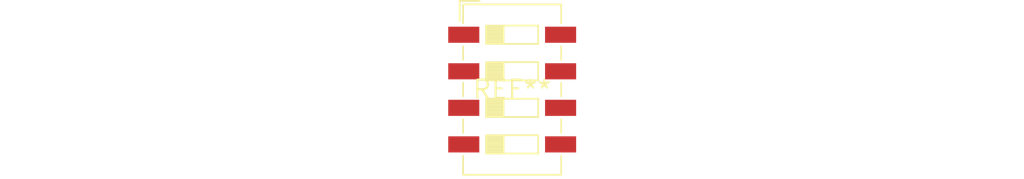
<source format=kicad_pcb>
(kicad_pcb (version 20240108) (generator pcbnew)
  (layers (0 "F.Cu" signal) (31 "B.Cu" signal) (34 "B.Paste" user) (35 "F.Paste" user) (36 "B.SilkS" user "B.Silkscreen") (37 "F.SilkS" user "F.Silkscreen") (38 "B.Mask" user) (39 "F.Mask" user) (44 "Edge.Cuts" user))
  (net 0 "")
  (footprint "SW_DIP_SPSTx04_Slide_6.7x11.72mm_W6.73mm_P2.54mm_LowProfile_JPin" (layer "F.Cu") (at 0 0)
    (property "Reference" "REF**")
    (property "Value" "SW_DIP_SPSTx04_Slide_6.7x11.72mm_W6.73mm_P2.54mm_LowProfile_JPin")
    (fp_line (start -3.65 -6.16) (end -3.65 -4.777) (layer "F.SilkS") (stroke (width 0.12)))
    (fp_line (start -3.65 -6.16) (end -2.267 -6.16) (layer "F.SilkS") (stroke (width 0.12)))
    (fp_line (start -3.41 -5.92) (end -3.41 -4.61) (layer "F.SilkS") (stroke (width 0.12)))
    (fp_line (start -3.41 -5.92) (end 3.41 -5.92) (layer "F.SilkS") (stroke (width 0.12)))
    (fp_line (start -3.41 -3.01) (end -3.41 -2.07) (layer "F.SilkS") (stroke (width 0.12)))
    (fp_line (start -3.41 -0.47) (end -3.41 0.47) (layer "F.SilkS") (stroke (width 0.12)))
    (fp_line (start -3.41 2.07) (end -3.41 3.01) (layer "F.SilkS") (stroke (width 0.12)))
    (fp_line (start -3.41 4.61) (end -3.41 5.92) (layer "F.SilkS") (stroke (width 0.12)))
    (fp_line (start -3.41 5.92) (end 3.41 5.92) (layer "F.SilkS") (stroke (width 0.12)))
    (fp_line (start -1.81 -4.445) (end -1.81 -3.175) (layer "F.SilkS") (stroke (width 0.12)))
    (fp_line (start -1.81 -4.325) (end -0.603333 -4.325) (layer "F.SilkS") (stroke (width 0.12)))
    (fp_line (start -1.81 -4.205) (end -0.603333 -4.205) (layer "F.SilkS") (stroke (width 0.12)))
    (fp_line (start -1.81 -4.085) (end -0.603333 -4.085) (layer "F.SilkS") (stroke (width 0.12)))
    (fp_line (start -1.81 -3.965) (end -0.603333 -3.965) (layer "F.SilkS") (stroke (width 0.12)))
    (fp_line (start -1.81 -3.845) (end -0.603333 -3.845) (layer "F.SilkS") (stroke (width 0.12)))
    (fp_line (start -1.81 -3.725) (end -0.603333 -3.725) (layer "F.SilkS") (stroke (width 0.12)))
    (fp_line (start -1.81 -3.605) (end -0.603333 -3.605) (layer "F.SilkS") (stroke (width 0.12)))
    (fp_line (start -1.81 -3.485) (end -0.603333 -3.485) (layer "F.SilkS") (stroke (width 0.12)))
    (fp_line (start -1.81 -3.365) (end -0.603333 -3.365) (layer "F.SilkS") (stroke (width 0.12)))
    (fp_line (start -1.81 -3.245) (end -0.603333 -3.245) (layer "F.SilkS") (stroke (width 0.12)))
    (fp_line (start -1.81 -3.175) (end 1.81 -3.175) (layer "F.SilkS") (stroke (width 0.12)))
    (fp_line (start -1.81 -1.905) (end -1.81 -0.635) (layer "F.SilkS") (stroke (width 0.12)))
    (fp_line (start -1.81 -1.785) (end -0.603333 -1.785) (layer "F.SilkS") (stroke (width 0.12)))
    (fp_line (start -1.81 -1.665) (end -0.603333 -1.665) (layer "F.SilkS") (stroke (width 0.12)))
    (fp_line (start -1.81 -1.545) (end -0.603333 -1.545) (layer "F.SilkS") (stroke (width 0.12)))
    (fp_line (start -1.81 -1.425) (end -0.603333 -1.425) (layer "F.SilkS") (stroke (width 0.12)))
    (fp_line (start -1.81 -1.305) (end -0.603333 -1.305) (layer "F.SilkS") (stroke (width 0.12)))
    (fp_line (start -1.81 -1.185) (end -0.603333 -1.185) (layer "F.SilkS") (stroke (width 0.12)))
    (fp_line (start -1.81 -1.065) (end -0.603333 -1.065) (layer "F.SilkS") (stroke (width 0.12)))
    (fp_line (start -1.81 -0.945) (end -0.603333 -0.945) (layer "F.SilkS") (stroke (width 0.12)))
    (fp_line (start -1.81 -0.825) (end -0.603333 -0.825) (layer "F.SilkS") (stroke (width 0.12)))
    (fp_line (start -1.81 -0.705) (end -0.603333 -0.705) (layer "F.SilkS") (stroke (width 0.12)))
    (fp_line (start -1.81 -0.635) (end 1.81 -0.635) (layer "F.SilkS") (stroke (width 0.12)))
    (fp_line (start -1.81 0.635) (end -1.81 1.905) (layer "F.SilkS") (stroke (width 0.12)))
    (fp_line (start -1.81 0.755) (end -0.603333 0.755) (layer "F.SilkS") (stroke (width 0.12)))
    (fp_line (start -1.81 0.875) (end -0.603333 0.875) (layer "F.SilkS") (stroke (width 0.12)))
    (fp_line (start -1.81 0.995) (end -0.603333 0.995) (layer "F.SilkS") (stroke (width 0.12)))
    (fp_line (start -1.81 1.115) (end -0.603333 1.115) (layer "F.SilkS") (stroke (width 0.12)))
    (fp_line (start -1.81 1.235) (end -0.603333 1.235) (layer "F.SilkS") (stroke (width 0.12)))
    (fp_line (start -1.81 1.355) (end -0.603333 1.355) (layer "F.SilkS") (stroke (width 0.12)))
    (fp_line (start -1.81 1.475) (end -0.603333 1.475) (layer "F.SilkS") (stroke (width 0.12)))
    (fp_line (start -1.81 1.595) (end -0.603333 1.595) (layer "F.SilkS") (stroke (width 0.12)))
    (fp_line (start -1.81 1.715) (end -0.603333 1.715) (layer "F.SilkS") (stroke (width 0.12)))
    (fp_line (start -1.81 1.835) (end -0.603333 1.835) (layer "F.SilkS") (stroke (width 0.12)))
    (fp_line (start -1.81 1.905) (end 1.81 1.905) (layer "F.SilkS") (stroke (width 0.12)))
    (fp_line (start -1.81 3.175) (end -1.81 4.445) (layer "F.SilkS") (stroke (width 0.12)))
    (fp_line (start -1.81 3.295) (end -0.603333 3.295) (layer "F.SilkS") (stroke (width 0.12)))
    (fp_line (start -1.81 3.415) (end -0.603333 3.415) (layer "F.SilkS") (stroke (width 0.12)))
    (fp_line (start -1.81 3.535) (end -0.603333 3.535) (layer "F.SilkS") (stroke (width 0.12)))
    (fp_line (start -1.81 3.655) (end -0.603333 3.655) (layer "F.SilkS") (stroke (width 0.12)))
    (fp_line (start -1.81 3.775) (end -0.603333 3.775) (layer "F.SilkS") (stroke (width 0.12)))
    (fp_line (start -1.81 3.895) (end -0.603333 3.895) (layer "F.SilkS") (stroke (width 0.12)))
    (fp_line (start -1.81 4.015) (end -0.603333 4.015) (layer "F.SilkS") (stroke (width 0.12)))
    (fp_line (start -1.81 4.135) (end -0.603333 4.135) (layer "F.SilkS") (stroke (width 0.12)))
    (fp_line (start -1.81 4.255) (end -0.603333 4.255) (layer "F.SilkS") (stroke (width 0.12)))
    (fp_line (start -1.81 4.375) (end -0.603333 4.375) (layer "F.SilkS") (stroke (width 0.12)))
    (fp_line (start -1.81 4.445) (end 1.81 4.445) (layer "F.SilkS") (stroke (width 0.12)))
    (fp_line (start -0.603333 -4.445) (end -0.603333 -3.175) (layer "F.SilkS") (stroke (width 0.12)))
    (fp_line (start -0.603333 -1.905) (end -0.603333 -0.635) (layer "F.SilkS") (stroke (width 0.12)))
    (fp_line (start -0.603333 0.635) (end -0.603333 1.905) (layer "F.SilkS") (stroke (width 0.12)))
    (fp_line (start -0.603333 3.175) (end -0.603333 4.445) (layer "F.SilkS") (stroke (width 0.12)))
    (fp_line (start 1.81 -4.445) (end -1.81 -4.445) (layer "F.SilkS") (stroke (width 0.12)))
    (fp_line (start 1.81 -3.175) (end 1.81 -4.445) (layer "F.SilkS") (stroke (width 0.12)))
    (fp_line (start 1.81 -1.905) (end -1.81 -1.905) (layer "F.SilkS") (stroke (width 0.12)))
    (fp_line (start 1.81 -0.635) (end 1.81 -1.905) (layer "F.SilkS") (stroke (width 0.12)))
    (fp_line (start 1.81 0.635) (end -1.81 0.635) (layer "F.SilkS") (stroke (width 0.12)))
    (fp_line (start 1.81 1.905) (end 1.81 0.635) (layer "F.SilkS") (stroke (width 0.12)))
    (fp_line (start 1.81 3.175) (end -1.81 3.175) (layer "F.SilkS") (stroke (width 0.12)))
    (fp_line (start 1.81 4.445) (end 1.81 3.175) (layer "F.SilkS") (stroke (width 0.12)))
    (fp_line (start 3.41 -5.92) (end 3.41 -4.61) (layer "F.SilkS") (stroke (width 0.12)))
    (fp_line (start 3.41 -3.01) (end 3.41 -2.07) (layer "F.SilkS") (stroke (width 0.12)))
    (fp_line (start 3.41 -0.47) (end 3.41 0.47) (layer "F.SilkS") (stroke (width 0.12)))
    (fp_line (start 3.41 2.07) (end 3.41 3.01) (layer "F.SilkS") (stroke (width 0.12)))
    (fp_line (start 3.41 4.61) (end 3.41 5.92) (layer "F.SilkS") (stroke (width 0.12)))
    (pad "1" smd rect (at -3.365 -3.81) (size 2.16 1.12) (layers "F.Cu" "F.Paste" "F.Mask"))
    (pad "2" smd rect (at -3.365 -1.27) (size 2.16 1.12) (layers "F.Cu" "F.Paste" "F.Mask"))
    (pad "3" smd rect (at -3.365 1.27) (size 2.16 1.12) (layers "F.Cu" "F.Paste" "F.Mask"))
    (pad "4" smd rect (at -3.365 3.81) (size 2.16 1.12) (layers "F.Cu" "F.Paste" "F.Mask"))
    (pad "5" smd rect (at 3.365 3.81) (size 2.16 1.12) (layers "F.Cu" "F.Paste" "F.Mask"))
    (pad "6" smd rect (at 3.365 1.27) (size 2.16 1.12) (layers "F.Cu" "F.Paste" "F.Mask"))
    (pad "7" smd rect (at 3.365 -1.27) (size 2.16 1.12) (layers "F.Cu" "F.Paste" "F.Mask"))
    (pad "8" smd rect (at 3.365 -3.81) (size 2.16 1.12) (layers "F.Cu" "F.Paste" "F.Mask"))
  )
)
</source>
